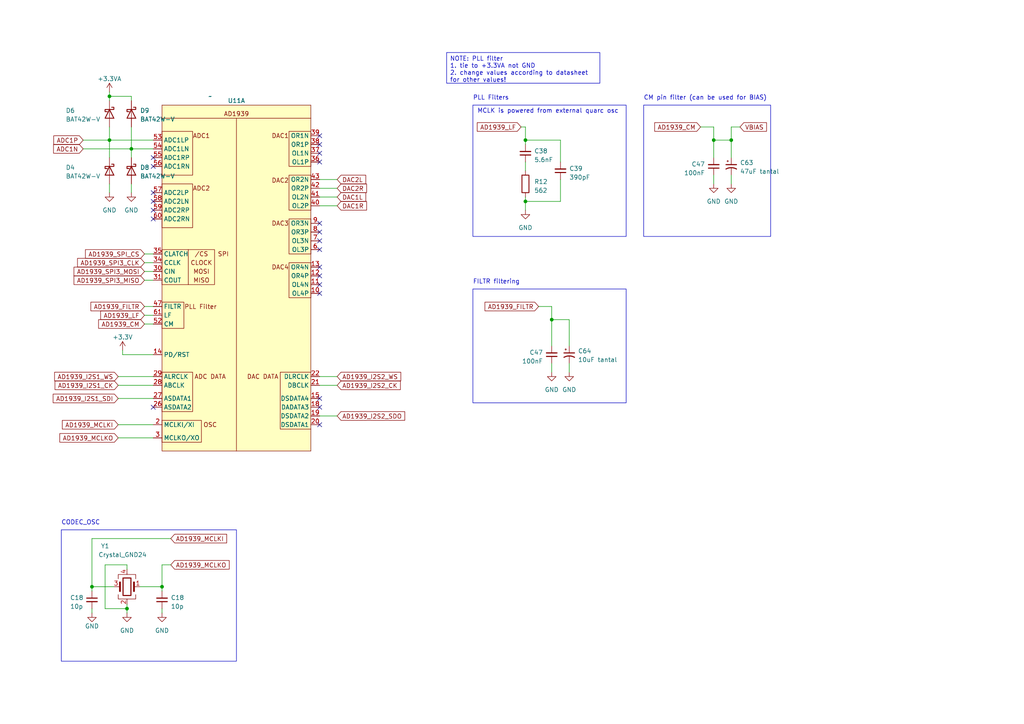
<source format=kicad_sch>
(kicad_sch (version 20230121) (generator eeschema)
  (paper "A4")
  (lib_symbols
    (symbol "Device:C_Polarized_Small_US" (pin_numbers hide) (pin_names (offset 0.254) hide)
      (property "Reference" "C" (at 0.254 1.778 0))
      (property "Value" "C_Polarized_Small_US" (at 0.254 -2.032 0))
      (symbol "C_Polarized_Small_US_0_1"
        (polyline (pts (xy -1.524 0.508) (xy 1.524 0.508)) (stroke (width 0.3048)))
        (polyline (pts (xy -1.27 1.524) (xy -0.762 1.524)))
        (polyline (pts (xy -1.016 1.27) (xy -1.016 1.778)))
        (arc (start 1.524 -0.762) (mid 0 -0.3734) (end -1.524 -0.762) (stroke (width 0.3048)))
      )
      (symbol "C_Polarized_Small_US_1_1"
        (pin passive line (at 0 2.54 270) (length 2.032) (name "~") (number "1"))
        (pin passive line (at 0 -2.54 90) (length 2.032) (name "~") (number "2"))
      )
    )
    (symbol "Device:C_Small" (pin_numbers hide) (pin_names (offset 0.254) hide)
      (property "Reference" "C" (at 0.254 1.778 0))
      (property "Value" "C_Small" (at 0.254 -2.032 0))
      (symbol "C_Small_0_1"
        (polyline (pts (xy -1.524 -0.508) (xy 1.524 -0.508)) (stroke (width 0.3302)))
        (polyline (pts (xy -1.524 0.508) (xy 1.524 0.508)) (stroke (width 0.3048)))
      )
      (symbol "C_Small_1_1"
        (pin passive line (at 0 2.54 270) (length 2.032) (name "~") (number "1"))
        (pin passive line (at 0 -2.54 90) (length 2.032) (name "~") (number "2"))
      )
    )
    (symbol "Device:Crystal_GND24" (pin_names (offset 1.016) hide)
      (property "Reference" "Y" (at 3.175 5.08 0))
      (property "Value" "Crystal_GND24" (at 3.175 3.175 0))
      (symbol "Crystal_GND24_0_1"
        (rectangle (start -1.143 2.54) (end 1.143 -2.54) (stroke (width 0.3048)))
        (polyline (pts (xy -2.54 0) (xy -2.032 0)))
        (polyline (pts (xy -2.032 -1.27) (xy -2.032 1.27)) (stroke (width 0.508)))
        (polyline (pts (xy 0 -3.81) (xy 0 -3.556)))
        (polyline (pts (xy 0 3.556) (xy 0 3.81)))
        (polyline (pts (xy 2.032 -1.27) (xy 2.032 1.27)) (stroke (width 0.508)))
        (polyline (pts (xy 2.032 0) (xy 2.54 0)))
        (polyline (pts (xy -2.54 -2.286) (xy -2.54 -3.556) (xy 2.54 -3.556) (xy 2.54 -2.286)))
        (polyline (pts (xy -2.54 2.286) (xy -2.54 3.556) (xy 2.54 3.556) (xy 2.54 2.286)))
      )
      (symbol "Crystal_GND24_1_1"
        (pin passive line (at -3.81 0 0) (length 1.27) (name "1") (number "1"))
        (pin passive line (at 0 5.08 270) (length 1.27) (name "2") (number "2"))
        (pin passive line (at 3.81 0 180) (length 1.27) (name "3") (number "3"))
        (pin passive line (at 0 -5.08 90) (length 1.27) (name "4") (number "4"))
      )
    )
    (symbol "Device:R" (pin_numbers hide) (pin_names (offset 0))
      (property "Reference" "R" (at 2.032 0 90))
      (property "Value" "R" (at 0 0 90))
      (symbol "R_0_1"
        (rectangle (start -1.016 -2.54) (end 1.016 2.54) (stroke (width 0.254)))
      )
      (symbol "R_1_1"
        (pin passive line (at 0 3.81 270) (length 1.27) (name "~") (number "1"))
        (pin passive line (at 0 -3.81 90) (length 1.27) (name "~") (number "2"))
      )
    )
    (symbol "Diode:BAT42W-V" (pin_numbers hide) (pin_names (offset 1.016) hide)
      (property "Reference" "D" (at 0 2.54 0))
      (property "Value" "BAT42W-V" (at 0 -2.54 0))
      (symbol "BAT42W-V_0_1"
        (polyline (pts (xy 1.27 0) (xy -1.27 0)))
        (polyline (pts (xy 1.27 1.27) (xy 1.27 -1.27) (xy -1.27 0) (xy 1.27 1.27)) (stroke (width 0.254)))
        (polyline (pts (xy -1.905 0.635) (xy -1.905 1.27) (xy -1.27 1.27) (xy -1.27 -1.27) (xy -0.635 -1.27) (xy -0.635 -0.635)) (stroke (width 0.254)))
      )
      (symbol "BAT42W-V_1_1"
        (pin passive line (at -3.81 0 0) (length 2.54) (name "K") (number "1"))
        (pin passive line (at 3.81 0 180) (length 2.54) (name "A") (number "2"))
      )
    )
    (symbol "codec:AD1939"
      (property "Reference" "U" (at -10.16 5.08 0))
      (symbol "AD1939_1_1"
        (rectangle (start -13.97 -93.98) (end -2.54 -100.33))
        (rectangle (start -13.97 -80.01) (end -5.08 -91.44))
        (rectangle (start -13.97 -59.69) (end -7.62 -67.31))
        (rectangle (start -13.97 -44.45) (end -6.35 -54.61))
        (rectangle (start -13.97 -25.4) (end -5.08 -38.1))
        (rectangle (start -13.97 -10.16) (end -5.08 -22.86))
        (rectangle (start -13.97 -2.54) (end 29.21 -102.87) (fill (type background)))
        (polyline (pts (xy -13.97 -6.35) (xy 29.21 -6.35)))
        (polyline (pts (xy 7.62 -6.35) (xy 7.62 -102.87)))
        (polyline (pts (xy -6.35 -44.45) (xy 1.27 -44.45) (xy 1.27 -54.61) (xy -6.35 -54.61)))
        (polyline (pts (xy 29.21 -80.01) (xy 20.32 -80.01) (xy 20.32 -96.52) (xy 29.21 -96.52)))
        (rectangle (start 22.86 -48.26) (end 29.21 -58.42))
        (rectangle (start 22.86 -35.56) (end 29.21 -45.72))
        (rectangle (start 22.86 -22.86) (end 29.21 -33.02))
        (rectangle (start 22.86 -10.16) (end 29.21 -20.32))
        (text "/CS" (at -2.54 -45.72 0) (effects (font (size 1.27 1.27))))
        (text "AD1939" (at 7.62 -5.08 0) (effects (font (size 1.27 1.27))))
        (text "ADC DATA" (at 0 -81.28 0) (effects (font (size 1.27 1.27))))
        (text "ADC1\n" (at -2.54 -11.43 0) (effects (font (size 1.27 1.27))))
        (text "ADC2\n" (at -2.54 -26.67 0) (effects (font (size 1.27 1.27))))
        (text "CLOCK" (at -2.54 -48.26 0) (effects (font (size 1.27 1.27))))
        (text "DAC DATA" (at 15.24 -81.28 0) (effects (font (size 1.27 1.27))))
        (text "DAC1\n" (at 20.32 -11.43 0) (effects (font (size 1.27 1.27))))
        (text "DAC2\n\n" (at 20.32 -25.4 0) (effects (font (size 1.27 1.27))))
        (text "DAC3\n" (at 20.32 -36.83 0) (effects (font (size 1.27 1.27))))
        (text "DAC4\n" (at 20.32 -49.53 0) (effects (font (size 1.27 1.27))))
        (text "MISO" (at -2.54 -53.34 0) (effects (font (size 1.27 1.27))))
        (text "MOSI" (at -2.54 -50.8 0) (effects (font (size 1.27 1.27))))
        (text "OSC" (at 0 -95.25 0) (effects (font (size 1.27 1.27))))
        (text "PLL Filter" (at -2.7837 -60.9893 0) (effects (font (size 1.27 1.27))))
        (text "SPI\n" (at 3.81 -45.72 0) (effects (font (size 1.27 1.27))))
        (pin output line (at 31.75 -57.15 180) (length 2.54) (name "OL4P") (number "10"))
        (pin output line (at 31.75 -54.61 180) (length 2.54) (name "OL4N") (number "11"))
        (pin output line (at 31.75 -52.07 180) (length 2.54) (name "OR4P") (number "12"))
        (pin output line (at 31.75 -49.53 180) (length 2.54) (name "OR4N") (number "13"))
        (pin input line (at -16.51 -74.93 0) (length 2.54) (name "PD/RST") (number "14"))
        (pin bidirectional line (at 31.75 -87.63 180) (length 2.54) (name "DSDATA4") (number "15"))
        (pin bidirectional line (at 31.75 -90.17 180) (length 2.54) (name "DADATA3") (number "18"))
        (pin bidirectional line (at 31.75 -92.71 180) (length 2.54) (name "DSDATA2") (number "19"))
        (pin input line (at -16.51 -95.25 0) (length 2.54) (name "MCLKI/XI") (number "2"))
        (pin input line (at 31.75 -95.25 180) (length 2.54) (name "DSDATA1") (number "20"))
        (pin bidirectional line (at 31.75 -83.82 180) (length 2.54) (name "DBCLK") (number "21"))
        (pin bidirectional line (at 31.75 -81.28 180) (length 2.54) (name "DLRCLK") (number "22"))
        (pin bidirectional line (at -16.51 -90.17 0) (length 2.54) (name "ASDATA2") (number "26"))
        (pin output line (at -16.51 -87.63 0) (length 2.54) (name "ASDATA1") (number "27"))
        (pin bidirectional line (at -16.51 -83.82 0) (length 2.54) (name "ABCLK") (number "28"))
        (pin bidirectional line (at -16.51 -81.28 0) (length 2.54) (name "ALRCLK") (number "29"))
        (pin output line (at -16.51 -99.06 0) (length 2.54) (name "MCLKO/XO") (number "3"))
        (pin input line (at -16.51 -50.8 0) (length 2.54) (name "CIN") (number "30"))
        (pin bidirectional line (at -16.51 -53.34 0) (length 2.54) (name "COUT") (number "31"))
        (pin input line (at -16.51 -48.26 0) (length 2.54) (name "CCLK") (number "34"))
        (pin input line (at -16.51 -45.72 0) (length 2.54) (name "CLATCH") (number "35"))
        (pin output line (at 31.75 -19.05 180) (length 2.54) (name "OL1P") (number "36"))
        (pin output line (at 31.75 -16.51 180) (length 2.54) (name "OL1N") (number "37"))
        (pin output line (at 31.75 -13.97 180) (length 2.54) (name "OR1P") (number "38"))
        (pin output line (at 31.75 -11.43 180) (length 2.54) (name "OR1N") (number "39"))
        (pin output line (at 31.75 -31.75 180) (length 2.54) (name "OL2P") (number "40"))
        (pin output line (at 31.75 -29.21 180) (length 2.54) (name "OL2N") (number "41"))
        (pin output line (at 31.75 -26.67 180) (length 2.54) (name "OR2P") (number "42"))
        (pin output line (at 31.75 -24.13 180) (length 2.54) (name "OR2N") (number "43"))
        (pin output line (at -16.51 -60.96 0) (length 2.54) (name "FILTR") (number "47"))
        (pin output line (at -16.51 -66.04 0) (length 2.54) (name "CM") (number "52"))
        (pin input line (at -16.51 -12.7 0) (length 2.54) (name "ADC1LP") (number "53"))
        (pin input line (at -16.51 -15.24 0) (length 2.54) (name "ADC1LN") (number "54"))
        (pin input line (at -16.51 -17.78 0) (length 2.54) (name "ADC1RP") (number "55"))
        (pin input line (at -16.51 -20.32 0) (length 2.54) (name "ADC1RN") (number "56"))
        (pin input line (at -16.51 -27.94 0) (length 2.54) (name "ADC2LP") (number "57"))
        (pin input line (at -16.51 -30.48 0) (length 2.54) (name "ADC2LN") (number "58"))
        (pin input line (at -16.51 -33.02 0) (length 2.54) (name "ADC2RP") (number "59"))
        (pin output line (at 31.75 -44.45 180) (length 2.54) (name "OL3P") (number "6"))
        (pin input line (at -16.51 -35.56 0) (length 2.54) (name "ADC2RN") (number "60"))
        (pin output line (at -16.51 -63.5 0) (length 2.54) (name "LF") (number "61"))
        (pin output line (at 31.75 -41.91 180) (length 2.54) (name "OL3N") (number "7"))
        (pin output line (at 31.75 -39.37 180) (length 2.54) (name "OR3P") (number "8"))
        (pin output line (at 31.75 -36.83 180) (length 2.54) (name "OR3N") (number "9"))
      )
      (symbol "AD1939_2_1"
        (rectangle (start -11.43 3.81) (end 11.43 -35.56) (fill (type background)))
        (polyline (pts (xy -11.43 0) (xy 11.43 0)))
        (polyline (pts (xy 0 0) (xy 0 -35.56)))
        (text "AD1939_PWR\n" (at 0 1.27 0) (effects (font (size 1.27 1.27))))
        (text "Analog" (at 6.35 -1.27 0) (effects (font (size 1.27 1.27))))
        (text "Digital\n" (at -6.35 -1.27 0) (effects (font (size 1.27 1.27))))
        (pin input line (at 13.97 -24.13 180) (length 2.54) (name "AGND") (number "1"))
        (pin input line (at -13.97 -21.59 0) (length 2.54) (name "DGND") (number "16"))
        (pin input line (at -13.97 -5.08 0) (length 2.54) (name "DVDD") (number "17"))
        (pin input line (at -13.97 -16.51 0) (length 2.54) (name "VSUPPLY") (number "23"))
        (pin input line (at -13.97 -11.43 0) (length 2.54) (name "VSENSE") (number "24"))
        (pin output line (at -13.97 -13.97 0) (length 2.54) (name "VDRIVE") (number "25"))
        (pin input line (at -13.97 -7.62 0) (length 2.54) (name "DVDD") (number "32"))
        (pin input line (at -13.97 -24.13 0) (length 2.54) (name "DGND") (number "33"))
        (pin input line (at 13.97 -21.59 180) (length 2.54) (name "AGND") (number "4"))
        (pin input line (at 13.97 -31.75 180) (length 2.54) (name "AGND") (number "44"))
        (pin input line (at 13.97 -10.16 180) (length 2.54) (name "AVDD") (number "45"))
        (pin input line (at 13.97 -29.21 180) (length 2.54) (name "AGND") (number "46"))
        (pin input line (at 13.97 -26.67 180) (length 2.54) (name "AGND") (number "48"))
        (pin no_connect line (at -13.97 -26.67 0) (length 2.54) (name "NC") (number "49"))
        (pin input line (at 13.97 -19.05 180) (length 2.54) (name "AGND") (number "5"))
        (pin no_connect line (at -13.97 -29.21 0) (length 2.54) (name "NC") (number "50"))
        (pin input line (at 13.97 -7.62 180) (length 2.54) (name "AVDD") (number "51"))
        (pin input line (at 13.97 -5.08 180) (length 2.54) (name "AVDD") (number "62"))
        (pin no_connect line (at -13.97 -31.75 0) (length 2.54) (name "NC") (number "63"))
        (pin no_connect line (at -13.97 -34.29 0) (length 2.54) (name "NC") (number "64"))
      )
    )
    (symbol "power:+3.3V" (power) (pin_names (offset 0))
      (property "Value" "+3.3V" (at 0 3.556 0))
      (symbol "+3.3V_0_1"
        (polyline (pts (xy -0.762 1.27) (xy 0 2.54)))
        (polyline (pts (xy 0 0) (xy 0 2.54)))
        (polyline (pts (xy 0 2.54) (xy 0.762 1.27)))
      )
      (symbol "+3.3V_1_1"
        (pin power_in line (at 0 0 90) (length 0) hide (name "+3.3V") (number "1"))
      )
    )
    (symbol "power:+3.3VA" (power) (pin_names (offset 0))
      (property "Value" "+3.3VA" (at 0 3.556 0))
      (symbol "+3.3VA_0_1"
        (polyline (pts (xy -0.762 1.27) (xy 0 2.54)))
        (polyline (pts (xy 0 0) (xy 0 2.54)))
        (polyline (pts (xy 0 2.54) (xy 0.762 1.27)))
      )
      (symbol "+3.3VA_1_1"
        (pin power_in line (at 0 0 90) (length 0) hide (name "+3.3VA") (number "1"))
      )
    )
    (symbol "power:GND" (power) (pin_names (offset 0))
      (property "Value" "GND" (at 0 -3.81 0))
      (symbol "GND_0_1"
        (polyline (pts (xy 0 0) (xy 0 -1.27) (xy 1.27 -1.27) (xy 0 -2.54) (xy -1.27 -1.27) (xy 0 -1.27)))
      )
      (symbol "GND_1_1"
        (pin power_in line (at 0 0 270) (length 0) hide (name "GND") (number "1"))
      )
    )
  )
  (junction (at 38.1 43.18))
  (junction (at 31.75 40.64))
  (junction (at 26.67 170.18))
  (junction (at 31.75 27.94))
  (junction (at 212.09 40.64))
  (junction (at 152.4 40.64))
  (junction (at 160.02 92.71))
  (junction (at 46.99 170.18))
  (junction (at 152.4 58.42))
  (junction (at 36.83 176.53))
  (junction (at 207.01 40.64))
  (no_connect (at 92.71 115.57))
  (no_connect (at 44.45 60.96))
  (no_connect (at 92.71 77.47))
  (no_connect (at 92.71 82.55))
  (no_connect (at 92.71 118.11))
  (no_connect (at 44.45 63.5))
  (no_connect (at 92.71 46.99))
  (no_connect (at 92.71 64.77))
  (no_connect (at 92.71 41.91))
  (no_connect (at 92.71 44.45))
  (no_connect (at 44.45 55.88))
  (no_connect (at 92.71 67.31))
  (no_connect (at 92.71 123.19))
  (no_connect (at 44.45 45.72))
  (no_connect (at 92.71 39.37))
  (no_connect (at 92.71 72.39))
  (no_connect (at 92.71 69.85))
  (no_connect (at 92.71 80.01))
  (no_connect (at 44.45 118.11))
  (no_connect (at 44.45 58.42))
  (no_connect (at 44.45 48.26))
  (no_connect (at 92.71 85.09))
  (wire (pts (xy 36.83 165.1) (xy 36.83 163.83)))
  (wire (pts (xy 35.56 101.6) (xy 35.56 102.87)))
  (wire (pts (xy 207.01 40.64) (xy 212.09 40.64)))
  (wire (pts (xy 41.91 73.66) (xy 44.45 73.66)))
  (wire (pts (xy 165.1 105.41) (xy 165.1 107.95)))
  (wire (pts (xy 212.09 36.83) (xy 212.09 40.64)))
  (wire (pts (xy 92.71 120.65) (xy 97.79 120.65)))
  (wire (pts (xy 152.4 58.42) (xy 152.4 60.96)))
  (wire (pts (xy 26.67 177.8) (xy 26.67 176.53)))
  (wire (pts (xy 97.79 52.07) (xy 92.71 52.07)))
  (wire (pts (xy 36.83 175.26) (xy 36.83 176.53)))
  (wire (pts (xy 152.4 58.42) (xy 162.56 58.42)))
  (wire (pts (xy 152.4 46.99) (xy 152.4 49.53)))
  (wire (pts (xy 156.21 88.9) (xy 160.02 88.9)))
  (wire (pts (xy 38.1 43.18) (xy 38.1 45.72)))
  (wire (pts (xy 160.02 88.9) (xy 160.02 92.71)))
  (wire (pts (xy 160.02 92.71) (xy 160.02 100.33)))
  (wire (pts (xy 214.63 36.83) (xy 212.09 36.83)))
  (wire (pts (xy 160.02 105.41) (xy 160.02 107.95)))
  (wire (pts (xy 30.48 163.83) (xy 30.48 176.53)))
  (wire (pts (xy 46.99 177.8) (xy 46.99 176.53)))
  (wire (pts (xy 31.75 40.64) (xy 31.75 45.72)))
  (wire (pts (xy 152.4 40.64) (xy 152.4 41.91)))
  (wire (pts (xy 41.91 91.44) (xy 44.45 91.44)))
  (wire (pts (xy 92.71 109.22) (xy 97.79 109.22)))
  (wire (pts (xy 46.99 171.45) (xy 46.99 170.18)))
  (wire (pts (xy 152.4 57.15) (xy 152.4 58.42)))
  (wire (pts (xy 160.02 92.71) (xy 165.1 92.71)))
  (wire (pts (xy 34.29 109.22) (xy 44.45 109.22)))
  (wire (pts (xy 24.13 40.64) (xy 31.75 40.64)))
  (wire (pts (xy 97.79 57.15) (xy 92.71 57.15)))
  (wire (pts (xy 92.71 111.76) (xy 97.79 111.76)))
  (wire (pts (xy 207.01 40.64) (xy 207.01 36.83)))
  (wire (pts (xy 31.75 40.64) (xy 44.45 40.64)))
  (wire (pts (xy 162.56 58.42) (xy 162.56 52.07)))
  (wire (pts (xy 165.1 92.71) (xy 165.1 100.33)))
  (wire (pts (xy 26.67 170.18) (xy 26.67 171.45)))
  (wire (pts (xy 31.75 53.34) (xy 31.75 55.88)))
  (wire (pts (xy 97.79 54.61) (xy 92.71 54.61)))
  (wire (pts (xy 41.91 76.2) (xy 44.45 76.2)))
  (wire (pts (xy 212.09 50.8) (xy 212.09 53.34)))
  (wire (pts (xy 44.45 102.87) (xy 35.56 102.87)))
  (wire (pts (xy 49.53 156.21) (xy 26.67 156.21)))
  (wire (pts (xy 38.1 27.94) (xy 38.1 29.21)))
  (wire (pts (xy 162.56 40.64) (xy 162.56 46.99)))
  (wire (pts (xy 31.75 27.94) (xy 31.75 29.21)))
  (wire (pts (xy 38.1 36.83) (xy 38.1 43.18)))
  (wire (pts (xy 26.67 156.21) (xy 26.67 170.18)))
  (wire (pts (xy 36.83 176.53) (xy 36.83 177.8)))
  (wire (pts (xy 26.67 170.18) (xy 33.02 170.18)))
  (wire (pts (xy 41.91 88.9) (xy 44.45 88.9)))
  (wire (pts (xy 152.4 40.64) (xy 162.56 40.64)))
  (wire (pts (xy 34.29 111.76) (xy 44.45 111.76)))
  (wire (pts (xy 24.13 43.18) (xy 38.1 43.18)))
  (wire (pts (xy 207.01 50.8) (xy 207.01 53.34)))
  (wire (pts (xy 31.75 26.67) (xy 31.75 27.94)))
  (wire (pts (xy 152.4 36.83) (xy 152.4 40.64)))
  (wire (pts (xy 38.1 27.94) (xy 31.75 27.94)))
  (wire (pts (xy 203.2 36.83) (xy 207.01 36.83)))
  (wire (pts (xy 46.99 163.83) (xy 46.99 170.18)))
  (wire (pts (xy 38.1 53.34) (xy 38.1 55.88)))
  (wire (pts (xy 97.79 59.69) (xy 92.71 59.69)))
  (wire (pts (xy 30.48 176.53) (xy 36.83 176.53)))
  (wire (pts (xy 41.91 93.98) (xy 44.45 93.98)))
  (wire (pts (xy 34.29 127) (xy 44.45 127)))
  (wire (pts (xy 41.91 81.28) (xy 44.45 81.28)))
  (wire (pts (xy 212.09 40.64) (xy 212.09 45.72)))
  (wire (pts (xy 40.64 170.18) (xy 46.99 170.18)))
  (wire (pts (xy 36.83 163.83) (xy 30.48 163.83)))
  (wire (pts (xy 41.91 78.74) (xy 44.45 78.74)))
  (wire (pts (xy 207.01 40.64) (xy 207.01 45.72)))
  (wire (pts (xy 34.29 115.57) (xy 44.45 115.57)))
  (wire (pts (xy 49.53 163.83) (xy 46.99 163.83)))
  (wire (pts (xy 151.13 36.83) (xy 152.4 36.83)))
  (wire (pts (xy 38.1 43.18) (xy 44.45 43.18)))
  (wire (pts (xy 34.29 123.19) (xy 44.45 123.19)))
  (wire (pts (xy 31.75 36.83) (xy 31.75 40.64)))
  (rectangle (start 17.78 153.67) (end 68.58 191.77))
  (rectangle (start 137.16 30.48) (end 181.61 68.58))
  (rectangle (start 186.69 30.48) (end 223.52 68.58))
  (rectangle (start 137.16 83.82) (end 181.61 116.84))
  (text_box "NOTE: PLL filter\n1. tie to +3.3VA not GND\n2. change values according to datasheet for other values!" (at 129.54 15.24 0) (size 44.45 8.89) (effects (font (size 1.27 1.27)) (justify left top)))
  (text "CODEC_OSC" (at 17.78 152.4 0) (effects (font (size 1.27 1.27)) (justify left bottom)))
  (text "PLL Filters" (at 137.16 29.21 0) (effects (font (size 1.27 1.27)) (justify left bottom)))
  (text "FILTR filtering" (at 137.16 82.55 0) (effects (font (size 1.27 1.27)) (justify left bottom)))
  (text "MCLK is powered from external quarc osc" (at 138.43 33.02 0) (effects (font (size 1.27 1.27)) (justify left bottom)))
  (text "CM pin filter (can be used for BIAS)" (at 186.69 29.21 0) (effects (font (size 1.27 1.27)) (justify left bottom)))
  (global_label "AD1939_I2S1_SDI" (shape input) (at 34.29 115.57 180) (property "Intersheetrefs" "${INTERSHEET_REFS}" (effects hide)))
  (global_label "AD1939_I2S2_SDO" (shape input) (at 97.79 120.65 0) (property "Intersheetrefs" "${INTERSHEET_REFS}" (effects hide)))
  (global_label "AD1939_SPI_CS" (shape input) (at 41.91 73.66 180) (property "Intersheetrefs" "${INTERSHEET_REFS}" (effects hide)))
  (global_label "AD1939_FILTR" (shape input) (at 41.91 88.9 180) (property "Intersheetrefs" "${INTERSHEET_REFS}" (effects hide)))
  (global_label "DAC1L" (shape input) (at 97.79 57.15 0) (property "Intersheetrefs" "${INTERSHEET_REFS}" (effects hide)))
  (global_label "AD1939_SPI3_MISO" (shape input) (at 41.91 81.28 180) (property "Intersheetrefs" "${INTERSHEET_REFS}" (effects hide)))
  (global_label "AD1939_I2S1_CK" (shape input) (at 34.29 111.76 180) (property "Intersheetrefs" "${INTERSHEET_REFS}" (effects hide)))
  (global_label "AD1939_I2S2_CK" (shape input) (at 97.79 111.76 0) (property "Intersheetrefs" "${INTERSHEET_REFS}" (effects hide)))
  (global_label "AD1939_FILTR" (shape input) (at 156.21 88.9 180) (property "Intersheetrefs" "${INTERSHEET_REFS}" (effects hide)))
  (global_label "DAC2L" (shape input) (at 97.79 52.07 0) (property "Intersheetrefs" "${INTERSHEET_REFS}" (effects hide)))
  (global_label "AD1939_LF" (shape input) (at 41.91 91.44 180) (property "Intersheetrefs" "${INTERSHEET_REFS}" (effects hide)))
  (global_label "AD1939_I2S1_WS" (shape input) (at 34.29 109.22 180) (property "Intersheetrefs" "${INTERSHEET_REFS}" (effects hide)))
  (global_label "DAC2R" (shape input) (at 97.79 54.61 0) (property "Intersheetrefs" "${INTERSHEET_REFS}" (effects hide)))
  (global_label "AD1939_CM" (shape input) (at 41.91 93.98 180) (property "Intersheetrefs" "${INTERSHEET_REFS}" (effects hide)))
  (global_label "AD1939_SPI3_MOSI" (shape input) (at 41.91 78.74 180) (property "Intersheetrefs" "${INTERSHEET_REFS}" (effects hide)))
  (global_label "AD1939_I2S2_WS" (shape input) (at 97.79 109.22 0) (property "Intersheetrefs" "${INTERSHEET_REFS}" (effects hide)))
  (global_label "ADC1N" (shape input) (at 24.13 43.18 180) (property "Intersheetrefs" "${INTERSHEET_REFS}" (effects hide)))
  (global_label "AD1939_MCLKI" (shape input) (at 49.53 156.21 0) (property "Intersheetrefs" "${INTERSHEET_REFS}" (effects hide)))
  (global_label "VBIAS" (shape input) (at 214.63 36.83 0) (property "Intersheetrefs" "${INTERSHEET_REFS}" (effects hide)))
  (global_label "ADC1P" (shape input) (at 24.13 40.64 180) (property "Intersheetrefs" "${INTERSHEET_REFS}" (effects hide)))
  (global_label "AD1939_MCLKO" (shape input) (at 34.29 127 180) (property "Intersheetrefs" "${INTERSHEET_REFS}" (effects hide)))
  (global_label "DAC1R" (shape input) (at 97.79 59.69 0) (property "Intersheetrefs" "${INTERSHEET_REFS}" (effects hide)))
  (global_label "AD1939_MCLKO" (shape input) (at 49.53 163.83 0) (property "Intersheetrefs" "${INTERSHEET_REFS}" (effects hide)))
  (global_label "AD1939_MCLKI" (shape input) (at 34.29 123.19 180) (property "Intersheetrefs" "${INTERSHEET_REFS}" (effects hide)))
  (global_label "AD1939_SPI3_CLK" (shape input) (at 41.91 76.2 180) (property "Intersheetrefs" "${INTERSHEET_REFS}" (effects hide)))
  (global_label "AD1939_CM" (shape input) (at 203.2 36.83 180) (property "Intersheetrefs" "${INTERSHEET_REFS}" (effects hide)))
  (global_label "AD1939_LF" (shape input) (at 151.13 36.83 180) (property "Intersheetrefs" "${INTERSHEET_REFS}" (effects hide)))
  (symbol (lib_id "codec:AD1939") (at 60.96 27.94 0) (unit 1)
    (property "Reference" "U11" (at 68.58 29.21 0))
    (property "Value" "~" (at 60.96 27.94 0))
    (property "Footprint" "Package_QFP:LQFP-64_10x10mm_P0.5mm" (effects hide))
  )
  (symbol (lib_id "Device:R") (at 152.4 53.34 0) (unit 1)
    (property "Reference" "R12" (at 154.94 52.705 0) (effects (justify left)))
    (property "Value" "562" (at 154.94 55.245 0) (effects (justify left)))
    (property "Footprint" "Resistor_SMD:R_0805_2012Metric_Pad1.20x1.40mm_HandSolder" (effects hide))
    (instances (project "stm_audio_board_V2_1" (path "" (reference "R12") (unit 1)) (path "" (reference "R10") (unit 1)) (path "" (reference "R10") (unit 1)) (path "" (reference "R10") (unit 1))))
  )
  (symbol (lib_id "Device:C_Polarized_Small_US") (at 165.1 102.87 0) (unit 1)
    (property "Reference" "C64" (at 167.64 101.8032 0) (effects (justify left)))
    (property "Value" "10uF tantal" (at 167.64 104.3432 0) (effects (justify left)))
    (property "Footprint" "Capacitor_Tantalum_SMD:CP_EIA-6032-28_Kemet-C_Pad2.25x2.35mm_HandSolder" (effects hide))
    (instances (project "stm_audio_board_V2_1" (path "" (reference "C64") (unit 1)) (path "" (reference "C64") (unit 1)) (path "" (reference "C80") (unit 1))))
  )
  (symbol (lib_id "Device:Crystal_GND24") (at 36.83 170.18 180) (unit 1)
    (property "Reference" "Y1" (at 30.48 158.3689 0))
    (property "Value" "Crystal_GND24" (at 35.56 160.9089 0))
    (property "Footprint" "Crystal:Crystal_SMD_5032-4Pin_5.0x3.2mm" (effects hide))
  )
  (symbol (lib_id "Device:C_Small") (at 152.4 44.45 180) (unit 1)
    (property "Reference" "C38" (at 154.94 43.8086 0) (effects (justify right)))
    (property "Value" "5.6nF" (at 154.94 46.3486 0) (effects (justify right)))
    (property "Footprint" "Capacitor_SMD:C_0805_2012Metric_Pad1.18x1.45mm_HandSolder" (effects hide))
    (instances (project "stm_audio_board_V2_1" (path "" (reference "C38") (unit 1)) (path "" (reference "C38") (unit 1)) (path "" (reference "C38") (unit 1)) (path "" (reference "C67") (unit 1))))
  )
  (symbol (lib_id "Diode:BAT42W-V") (at 31.75 49.53 270) (unit 1)
    (property "Reference" "D4" (at 19.05 48.5775 90) (effects (justify left)))
    (property "Value" "BAT42W-V" (at 19.05 51.1175 90) (effects (justify left)))
    (property "Footprint" "Diode_SMD:D_SOD-123" (effects hide))
    (property "Datasheet" "http://www.vishay.com/docs/85660/bat42.pdf" (effects hide))
  )
  (symbol (lib_id "power:GND") (at 165.1 107.95 0) (unit 1)
    (property "Reference" "#PWR02" (effects hide))
    (property "Value" "GND" (at 165.1 113.03 0))
    (instances (project "stm_audio_board_V2_1" (path "" (reference "#PWR02") (unit 1)) (path "" (reference "#PWR01") (unit 1)) (path "" (reference "#PWR060") (unit 1)) (path "" (reference "#PWR041") (unit 1))))
  )
  (symbol (lib_id "Device:C_Small") (at 207.01 48.26 0) (mirror x) (unit 1)
    (property "Reference" "C47" (at 204.47 47.6186 0) (effects (justify right)))
    (property "Value" "100nF" (at 204.47 50.1586 0) (effects (justify right)))
    (property "Footprint" "Capacitor_SMD:C_0603_1608Metric_Pad1.08x0.95mm_HandSolder" (effects hide))
    (instances (project "stm_audio_board_V2_1" (path "" (reference "C47") (unit 1)) (path "" (reference "C63") (unit 1)) (path "" (reference "C25") (unit 1))))
  )
  (symbol (lib_id "power:GND") (at 152.4 60.96 0) (unit 1)
    (property "Reference" "#PWR02" (effects hide))
    (property "Value" "GND" (at 152.4 66.04 0))
    (instances (project "stm_audio_board_V2_1" (path "" (reference "#PWR02") (unit 1)) (path "" (reference "#PWR01") (unit 1)) (path "" (reference "#PWR037") (unit 1)) (path "" (reference "#PWR037") (unit 1))))
  )
  (symbol (lib_id "power:GND") (at 31.75 55.88 0) (unit 1)
    (property "Reference" "#PWR02" (effects hide))
    (property "Value" "GND" (at 31.75 60.96 0))
    (instances (project "stm_audio_board_V2_1" (path "" (reference "#PWR02") (unit 1)) (path "" (reference "#PWR01") (unit 1)) (path "" (reference "#PWR059") (unit 1)) (path "" (reference "#PWR069") (unit 1))))
  )
  (symbol (lib_id "power:+3.3VA") (at 31.75 26.67 0) (unit 1)
    (property "Reference" "#PWR044" (effects hide))
    (property "Value" "+3.3VA" (at 31.75 22.86 0))
    (instances (project "stm_audio_board_V2_1" (path "" (reference "#PWR044") (unit 1)) (path "" (reference "#PWR060") (unit 1))))
  )
  (symbol (lib_id "power:GND") (at 38.1 55.88 0) (unit 1)
    (property "Reference" "#PWR02" (effects hide))
    (property "Value" "GND" (at 38.1 60.96 0))
    (instances (project "stm_audio_board_V2_1" (path "" (reference "#PWR02") (unit 1)) (path "" (reference "#PWR01") (unit 1)) (path "" (reference "#PWR059") (unit 1)) (path "" (reference "#PWR070") (unit 1))))
  )
  (symbol (lib_id "power:GND") (at 26.67 177.8 0) (unit 1)
    (property "Reference" "#PWR02" (effects hide))
    (property "Value" "GND" (at 26.67 181.61 0))
    (instances (project "stm_audio_board_V2_1" (path "" (reference "#PWR02") (unit 1)) (path "" (reference "#PWR01") (unit 1)) (path "" (reference "#PWR058") (unit 1)) (path "" (reference "#PWR057") (unit 1))))
  )
  (symbol (lib_id "Diode:BAT42W-V") (at 38.1 33.02 270) (unit 1)
    (property "Reference" "D9" (at 40.64 32.0675 90) (effects (justify left)))
    (property "Value" "BAT42W-V" (at 40.64 34.6075 90) (effects (justify left)))
    (property "Footprint" "Diode_SMD:D_SOD-123" (effects hide))
    (property "Datasheet" "http://www.vishay.com/docs/85660/bat42.pdf" (effects hide))
  )
  (symbol (lib_id "Diode:BAT42W-V") (at 38.1 49.53 270) (unit 1)
    (property "Reference" "D8" (at 40.64 48.5775 90) (effects (justify left)))
    (property "Value" "BAT42W-V" (at 40.64 51.1175 90) (effects (justify left)))
    (property "Footprint" "Diode_SMD:D_SOD-123" (effects hide))
    (property "Datasheet" "http://www.vishay.com/docs/85660/bat42.pdf" (effects hide))
  )
  (symbol (lib_id "power:+3.3V") (at 35.56 101.6 0) (unit 1)
    (property "Reference" "#PWR087" (effects hide))
    (property "Value" "+3.3V" (at 35.56 97.79 0))
    (instances (project "stm_audio_board_V2_1" (path "" (reference "#PWR087") (unit 1)) (path "" (reference "#PWR062") (unit 1))))
  )
  (symbol (lib_id "Device:C_Small") (at 26.67 173.99 0) (unit 1)
    (property "Reference" "C18" (at 20.32 173.3613 0) (effects (justify left)))
    (property "Value" "10p" (at 20.32 175.9013 0) (effects (justify left)))
    (property "Footprint" "Capacitor_SMD:C_0603_1608Metric_Pad1.08x0.95mm_HandSolder" (effects hide))
    (instances (project "stm_audio_board_V2_1" (path "" (reference "C18") (unit 1)) (path "" (reference "C65") (unit 1)) (path "" (reference "C65") (unit 1))))
  )
  (symbol (lib_id "Device:C_Small") (at 162.56 49.53 180) (unit 1)
    (property "Reference" "C39" (at 165.1 48.8886 0) (effects (justify right)))
    (property "Value" "390pF" (at 165.1 51.4286 0) (effects (justify right)))
    (property "Footprint" "Capacitor_SMD:C_0603_1608Metric_Pad1.08x0.95mm_HandSolder" (effects hide))
    (instances (project "stm_audio_board_V2_1" (path "" (reference "C39") (unit 1)) (path "" (reference "C39") (unit 1)) (path "" (reference "C39") (unit 1)) (path "" (reference "C68") (unit 1))))
  )
  (symbol (lib_id "power:GND") (at 46.99 177.8 0) (unit 1)
    (property "Reference" "#PWR02" (effects hide))
    (property "Value" "GND" (at 46.99 182.88 0))
    (instances (project "stm_audio_board_V2_1" (path "" (reference "#PWR02") (unit 1)) (path "" (reference "#PWR01") (unit 1)) (path "" (reference "#PWR057") (unit 1)) (path "" (reference "#PWR088") (unit 1))))
  )
  (symbol (lib_id "power:GND") (at 36.83 177.8 0) (unit 1)
    (property "Reference" "#PWR02" (effects hide))
    (property "Value" "GND" (at 36.83 182.88 0))
    (instances (project "stm_audio_board_V2_1" (path "" (reference "#PWR02") (unit 1)) (path "" (reference "#PWR01") (unit 1)) (path "" (reference "#PWR057") (unit 1)) (path "" (reference "#PWR058") (unit 1))))
  )
  (symbol (lib_id "Device:C_Polarized_Small_US") (at 212.09 48.26 0) (unit 1)
    (property "Reference" "C63" (at 214.63 47.1932 0) (effects (justify left)))
    (property "Value" "47uF tantal" (at 214.63 49.7332 0) (effects (justify left)))
    (property "Footprint" "Capacitor_Tantalum_SMD:CP_EIA-7343-31_Kemet-D_Pad2.25x2.55mm_HandSolder" (effects hide))
    (property "Datasheet" "https://www.hestore.hu/prod_10032010.html" (effects hide))
    (instances (project "stm_audio_board_V2_1" (path "" (reference "C63") (unit 1)) (path "" (reference "C67") (unit 1)) (path "" (reference "C26") (unit 1))))
  )
  (symbol (lib_id "power:GND") (at 207.01 53.34 0) (unit 1)
    (property "Reference" "#PWR02" (effects hide))
    (property "Value" "GND" (at 207.01 58.42 0))
    (instances (project "stm_audio_board_V2_1" (path "" (reference "#PWR02") (unit 1)) (path "" (reference "#PWR01") (unit 1)) (path "" (reference "#PWR040") (unit 1)) (path "" (reference "#PWR016") (unit 1))))
  )
  (symbol (lib_id "Device:C_Small") (at 160.02 102.87 0) (mirror x) (unit 1)
    (property "Reference" "C47" (at 157.48 102.2286 0) (effects (justify right)))
    (property "Value" "100nF" (at 157.48 104.7686 0) (effects (justify right)))
    (property "Footprint" "Capacitor_SMD:C_0603_1608Metric_Pad1.08x0.95mm_HandSolder" (effects hide))
    (instances (project "stm_audio_board_V2_1" (path "" (reference "C47") (unit 1)) (path "" (reference "C68") (unit 1)) (path "" (reference "C79") (unit 1))))
  )
  (symbol (lib_id "power:GND") (at 212.09 53.34 0) (unit 1)
    (property "Reference" "#PWR02" (effects hide))
    (property "Value" "GND" (at 212.09 58.42 0))
    (instances (project "stm_audio_board_V2_1" (path "" (reference "#PWR02") (unit 1)) (path "" (reference "#PWR01") (unit 1)) (path "" (reference "#PWR041") (unit 1)) (path "" (reference "#PWR032") (unit 1))))
  )
  (symbol (lib_id "Device:C_Small") (at 46.99 173.99 180) (unit 1)
    (property "Reference" "C18" (at 49.53 173.3486 0) (effects (justify right)))
    (property "Value" "10p" (at 49.53 175.8886 0) (effects (justify right)))
    (property "Footprint" "Capacitor_SMD:C_0603_1608Metric_Pad1.08x0.95mm_HandSolder" (effects hide))
    (instances (project "stm_audio_board_V2_1" (path "" (reference "C18") (unit 1)) (path "" (reference "C66") (unit 1)) (path "" (reference "C66") (unit 1))))
  )
  (symbol (lib_id "Diode:BAT42W-V") (at 31.75 33.02 270) (unit 1)
    (property "Reference" "D6" (at 19.05 32.0675 90) (effects (justify left)))
    (property "Value" "BAT42W-V" (at 19.05 34.6075 90) (effects (justify left)))
    (property "Footprint" "Diode_SMD:D_SOD-123" (effects hide))
    (property "Datasheet" "http://www.vishay.com/docs/85660/bat42.pdf" (effects hide))
  )
  (symbol (lib_id "power:GND") (at 160.02 107.95 0) (unit 1)
    (property "Reference" "#PWR02" (effects hide))
    (property "Value" "GND" (at 160.02 113.03 0))
    (instances (project "stm_audio_board_V2_1" (path "" (reference "#PWR02") (unit 1)) (path "" (reference "#PWR01") (unit 1)) (path "" (reference "#PWR059") (unit 1)) (path "" (reference "#PWR040") (unit 1))))
  )
)
</source>
